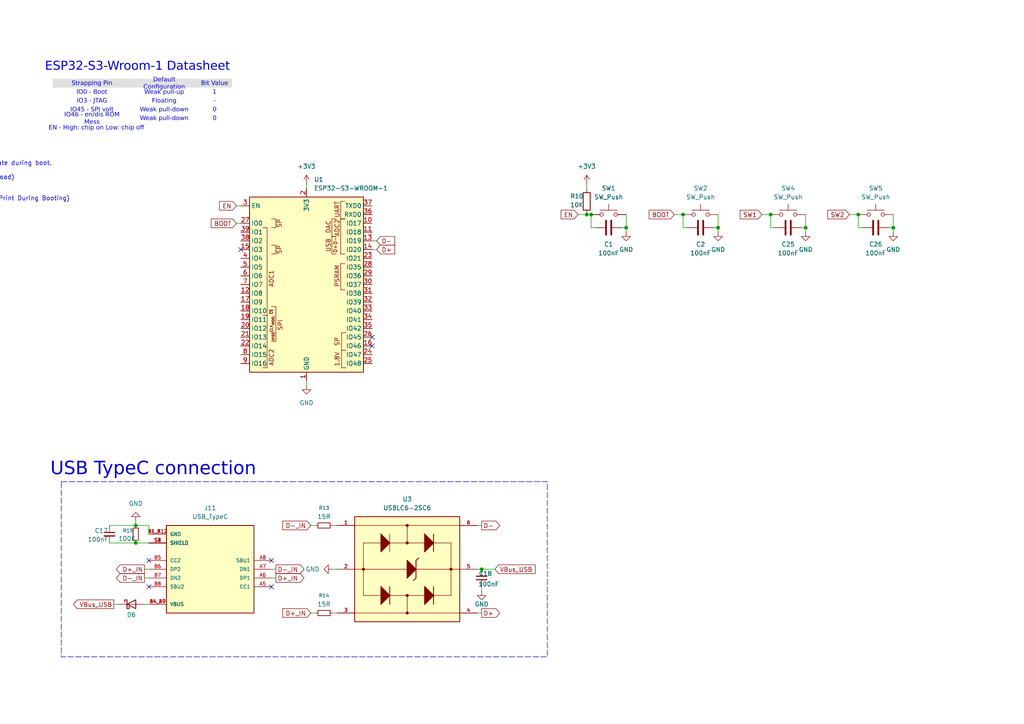
<source format=kicad_sch>
(kicad_sch (version 20250114) (generator "eeschema") (generator_version "9.0")
  (paper "A4")
  (lib_symbols
    (symbol "Device:C" (pin_numbers (hide yes)) (pin_names (offset 0.254))
      (property "Reference" "C" (at 0.635 2.54 0))
      (property "Value" "C" (at 0.635 -2.54 0))
      (symbol "C_0_1"
        (polyline (pts (xy -2.032 0.762) (xy 2.032 0.762)) (stroke (width 0.508)))
        (polyline (pts (xy -2.032 -0.762) (xy 2.032 -0.762)) (stroke (width 0.508)))
      )
      (symbol "C_1_1"
        (pin passive line (at 0 3.81 270) (length 2.794) (name "~") (number "1"))
        (pin passive line (at 0 -3.81 90) (length 2.794) (name "~") (number "2"))
      )
    )
    (symbol "Device:C_Small" (pin_numbers (hide yes)) (pin_names (offset 0.254) (hide yes))
      (property "Reference" "C" (at 0.254 1.778 0))
      (property "Value" "C_Small" (at 0.254 -2.032 0))
      (symbol "C_Small_0_1"
        (polyline (pts (xy -1.524 0.508) (xy 1.524 0.508)) (stroke (width 0.3048)))
        (polyline (pts (xy -1.524 -0.508) (xy 1.524 -0.508)) (stroke (width 0.3302)))
      )
      (symbol "C_Small_1_1"
        (pin passive line (at 0 2.54 270) (length 2.032) (name "~") (number "1"))
        (pin passive line (at 0 -2.54 90) (length 2.032) (name "~") (number "2"))
      )
    )
    (symbol "Device:D_Schottky" (pin_numbers (hide yes)) (pin_names (offset 1.016) (hide yes))
      (property "Reference" "D" (at 0 2.54 0))
      (property "Value" "D_Schottky" (at 0 -2.54 0))
      (symbol "D_Schottky_0_1"
        (polyline (pts (xy -1.905 0.635) (xy -1.905 1.27) (xy -1.27 1.27) (xy -1.27 -1.27) (xy -0.635 -1.27) (xy -0.635 -0.635)) (stroke (width 0.254)))
        (polyline (pts (xy 1.27 1.27) (xy 1.27 -1.27) (xy -1.27 0) (xy 1.27 1.27)) (stroke (width 0.254)))
        (polyline (pts (xy 1.27 0) (xy -1.27 0)))
      )
      (symbol "D_Schottky_1_1"
        (pin passive line (at -3.81 0 0) (length 2.54) (name "K") (number "1"))
        (pin passive line (at 3.81 0 180) (length 2.54) (name "A") (number "2"))
      )
    )
    (symbol "Device:R" (pin_numbers (hide yes)) (pin_names (offset 0))
      (property "Reference" "R" (at 2.032 0 90))
      (property "Value" "R" (at 0 0 90))
      (symbol "R_0_1"
        (rectangle (start -1.016 -2.54) (end 1.016 2.54) (stroke (width 0.254)))
      )
      (symbol "R_1_1"
        (pin passive line (at 0 3.81 270) (length 1.27) (name "~") (number "1"))
        (pin passive line (at 0 -3.81 90) (length 1.27) (name "~") (number "2"))
      )
    )
    (symbol "Device:R_Small" (pin_numbers (hide yes)) (pin_names (offset 0.254) (hide yes))
      (property "Reference" "R" (at 0 0 90))
      (property "Value" "R_Small" (at 1.778 0 90))
      (symbol "R_Small_0_1"
        (rectangle (start -0.762 1.778) (end 0.762 -1.778) (stroke (width 0.2032)))
      )
      (symbol "R_Small_1_1"
        (pin passive line (at 0 2.54 270) (length 0.762) (name "~") (number "1"))
        (pin passive line (at 0 -2.54 90) (length 0.762) (name "~") (number "2"))
      )
    )
    (symbol "Switch:SW_Push" (pin_numbers (hide yes)) (pin_names (offset 1.016) (hide yes))
      (property "Reference" "SW" (at 1.27 2.54 0))
      (property "Value" "SW_Push" (at 0 -1.524 0))
      (symbol "SW_Push_0_1"
        (circle (center -2.032 0) (radius 0.508))
        (polyline (pts (xy 0 1.27) (xy 0 3.048)))
        (circle (center 2.032 0) (radius 0.508))
        (polyline (pts (xy 2.54 1.27) (xy -2.54 1.27)))
        (pin passive line (at -5.08 0 0) (length 2.54) (name "1") (number "1"))
        (pin passive line (at 5.08 0 180) (length 2.54) (name "2") (number "2"))
      )
    )
    (symbol "neo_sumec_symbols:ESP32-S3-WROOM-1_CUSTOM_made_by_bismarx"
      (property "Reference" "U3" (at -26.162 -28.956 0))
      (property "Value" "ESP32-S3-WROOM-1" (at -26.162 -30.734 0))
      (symbol "ESP32-S3-WROOM-1_CUSTOM_made_by_bismarx_0_0"
        (rectangle (start -20.32 25.4) (end 12.7 -25.4) (stroke (width 0.254)) (fill (type background)))
        (text "PSRAM" (at 5.08 2.54 900) (effects (font (size 1.27 1.27))))
      )
      (symbol "ESP32-S3-WROOM-1_CUSTOM_made_by_bismarx_0_1"
        (polyline (pts (xy -16.51 16.51) (xy -15.24 16.51) (xy -15.24 -8.89) (xy -16.51 -8.89)))
        (polyline (pts (xy -16.51 -8.89) (xy -15.24 -8.89) (xy -15.24 -24.13) (xy -16.51 -24.13)))
        (polyline (pts (xy -13.97 16.51) (xy -12.7 16.51) (xy -12.7 19.05) (xy -13.97 19.05)))
        (polyline (pts (xy -13.97 8.89) (xy -12.7 8.89) (xy -12.7 11.43) (xy -13.97 11.43)))
        (polyline (pts (xy -13.97 -16.51) (xy -12.7 -16.51) (xy -12.7 -6.35) (xy -13.97 -6.35)))
        (polyline (pts (xy 4.826 13.97) (xy 3.556 13.97) (xy 3.556 19.05) (xy 4.826 19.05)))
        (polyline (pts (xy 4.826 8.89) (xy 3.556 8.89) (xy 3.556 13.97) (xy 4.826 13.97)))
        (polyline (pts (xy 7.366 19.05) (xy 6.096 19.05) (xy 6.096 24.13) (xy 7.366 24.13)))
        (polyline (pts (xy 7.366 8.89) (xy 6.096 8.89) (xy 6.096 19.05) (xy 7.366 19.05)))
        (polyline (pts (xy 7.366 -1.524) (xy 6.096 -1.524) (xy 6.096 6.096) (xy 7.366 6.096)))
        (polyline (pts (xy 7.62 -19.05) (xy 6.35 -19.05) (xy 6.35 -13.97) (xy 7.62 -13.97)))
        (polyline (pts (xy 7.62 -24.13) (xy 6.35 -24.13) (xy 6.35 -19.05) (xy 7.62 -19.05)))
      )
      (symbol "ESP32-S3-WROOM-1_CUSTOM_made_by_bismarx_1_0"
        (text "ADC1" (at -13.97 1.778 900) (effects (font (size 1.27 1.27))))
        (text "~{CS}" (at -13.97 -7.874 900) (effects (font (size 0.7 0.7))))
        (text "CLK" (at -13.97 -12.7 900) (effects (font (size 0.7 0.7))))
        (text "ADC2" (at -13.97 -21.082 900) (effects (font (size 1.27 1.27))))
        (text "MOSI" (at -13.462 -10.414 900) (effects (font (size 0.7 0.7))))
        (text "MISO" (at -13.462 -14.986 900) (effects (font (size 0.7 0.7))))
        (text "SP" (at -11.684 17.78 900) (effects (font (size 1.27 1.27))))
        (text "SP" (at -11.684 10.16 900) (effects (font (size 1.27 1.27))))
        (text "SPI" (at -11.43 -11.684 900) (effects (font (size 1.27 1.27))))
        (text "DAC" (at 2.54 16.764 900) (effects (font (size 1.27 1.27))))
        (text "USB" (at 2.54 11.43 900) (effects (font (size 1.27 1.27))))
        (text "D-" (at 4.572 12.7 900) (effects (font (size 1 1))))
        (text "D+" (at 4.572 10.414 900) (effects (font (size 1 1))))
        (text "UART" (at 5.08 21.844 900) (effects (font (size 1.27 1.27))))
        (text "ADC2" (at 5.08 16.51 900) (effects (font (size 1.27 1.27))))
        (text "SP" (at 5.08 -16.51 900) (effects (font (size 1.27 1.27))))
        (text "1.8V" (at 5.08 -21.59 900) (effects (font (size 1.27 1.27))))
      )
      (symbol "ESP32-S3-WROOM-1_CUSTOM_made_by_bismarx_1_1"
        (pin input line (at -22.86 22.86 0) (length 2.54) (name "EN") (number "3"))
        (pin bidirectional line (at -22.86 17.78 0) (length 2.54) (name "IO0") (number "27"))
        (pin bidirectional line (at -22.86 15.24 0) (length 2.54) (name "IO1") (number "39"))
        (pin bidirectional line (at -22.86 12.7 0) (length 2.54) (name "IO2") (number "38"))
        (pin bidirectional line (at -22.86 10.16 0) (length 2.54) (name "IO3") (number "15"))
        (pin bidirectional line (at -22.86 7.62 0) (length 2.54) (name "IO4") (number "4"))
        (pin bidirectional line (at -22.86 5.08 0) (length 2.54) (name "IO5") (number "5"))
        (pin bidirectional line (at -22.86 2.54 0) (length 2.54) (name "IO6") (number "6"))
        (pin bidirectional line (at -22.86 0 0) (length 2.54) (name "IO7") (number "7"))
        (pin bidirectional line (at -22.86 -2.54 0) (length 2.54) (name "IO8") (number "12"))
        (pin bidirectional line (at -22.86 -5.08 0) (length 2.54) (name "IO9") (number "17"))
        (pin bidirectional line (at -22.86 -7.62 0) (length 2.54) (name "IO10") (number "18"))
        (pin bidirectional line (at -22.86 -10.16 0) (length 2.54) (name "IO11") (number "19"))
        (pin bidirectional line (at -22.86 -12.7 0) (length 2.54) (name "IO12") (number "20"))
        (pin bidirectional line (at -22.86 -15.24 0) (length 2.54) (name "IO13") (number "21"))
        (pin bidirectional line (at -22.86 -17.78 0) (length 2.54) (name "IO14") (number "22"))
        (pin bidirectional line (at -22.86 -20.32 0) (length 2.54) (name "IO15") (number "8"))
        (pin bidirectional line (at -22.86 -22.86 0) (length 2.54) (name "IO16") (number "9"))
        (pin power_in line (at -3.81 27.94 270) (length 2.54) (name "3V3") (number "2"))
        (pin power_in line (at -3.81 -27.94 90) (length 2.54) (name "GND") (number "1"))
        (pin passive line (at -3.81 -27.94 90) (length 2.54) (hide yes) (name "GND") (number "40"))
        (pin passive line (at -3.81 -27.94 90) (length 2.54) (hide yes) (name "GND") (number "41"))
        (pin bidirectional line (at 15.24 22.86 180) (length 2.54) (name "TXD0") (number "37"))
        (pin bidirectional line (at 15.24 20.32 180) (length 2.54) (name "RXD0") (number "36"))
        (pin bidirectional line (at 15.24 17.78 180) (length 2.54) (name "IO17") (number "10"))
        (pin bidirectional line (at 15.24 15.24 180) (length 2.54) (name "IO18") (number "11"))
        (pin bidirectional line (at 15.24 12.7 180) (length 2.54) (name "IO19") (number "13"))
        (pin bidirectional line (at 15.24 10.16 180) (length 2.54) (name "IO20") (number "14"))
        (pin bidirectional line (at 15.24 7.62 180) (length 2.54) (name "IO21") (number "23"))
        (pin bidirectional line (at 15.24 5.08 180) (length 2.54) (name "IO35") (number "28"))
        (pin bidirectional line (at 15.24 2.54 180) (length 2.54) (name "IO36") (number "29"))
        (pin bidirectional line (at 15.24 0 180) (length 2.54) (name "IO37") (number "30"))
        (pin bidirectional line (at 15.24 -2.54 180) (length 2.54) (name "IO38") (number "31"))
        (pin bidirectional line (at 15.24 -5.08 180) (length 2.54) (name "IO39") (number "32"))
        (pin bidirectional line (at 15.24 -7.62 180) (length 2.54) (name "IO40") (number "33"))
        (pin bidirectional line (at 15.24 -10.16 180) (length 2.54) (name "IO41") (number "34"))
        (pin bidirectional line (at 15.24 -12.7 180) (length 2.54) (name "IO42") (number "35"))
        (pin bidirectional line (at 15.24 -15.24 180) (length 2.54) (name "IO45") (number "26"))
        (pin bidirectional line (at 15.24 -17.78 180) (length 2.54) (name "IO46") (number "16"))
        (pin bidirectional line (at 15.24 -20.32 180) (length 2.54) (name "IO47") (number "24"))
        (pin bidirectional line (at 15.24 -22.86 180) (length 2.54) (name "IO48") (number "25"))
      )
    )
    (symbol "neo_sumec_symbols:USBLC6-2SC6" (pin_names (offset 1.016))
      (property "Reference" "U" (at -15.2693 17.8093 0))
      (property "Value" "USBLC6-2SC6" (at -15.2559 -17.7959 0))
      (symbol "USBLC6-2SC6_0_0"
        (polyline (pts (xy -15.24 12.7) (xy 0 12.7)) (stroke (width 0.1524)))
        (polyline (pts (xy -15.24 -12.7) (xy 0 -12.7)) (stroke (width 0.1524)))
        (rectangle (start -15.24 -15.24) (end 15.24 15.24) (stroke (width 0.254)) (fill (type background)))
        (polyline (pts (xy -12.7 7.62) (xy -12.7 0)) (stroke (width 0.1524)))
        (polyline (pts (xy -12.7 7.62) (xy -7.62 7.62)) (stroke (width 0.1524)))
        (circle (center -12.7 0) (radius 0.254) (stroke (width 0.381)))
        (polyline (pts (xy -12.7 0) (xy -15.24 0)) (stroke (width 0.1524)))
        (polyline (pts (xy -12.7 0) (xy -12.7 -7.62)) (stroke (width 0.1524)))
        (polyline (pts (xy -12.7 0) (xy 0 0)) (stroke (width 0.1524)))
        (polyline (pts (xy -12.7 -7.62) (xy -7.62 -7.62)) (stroke (width 0.1524)))
        (polyline (pts (xy -7.62 10.16) (xy -5.08 7.62)) (stroke (width 0.254)))
        (polyline (pts (xy -7.62 10.16) (xy -7.62 5.08) (xy -5.08 7.62) (xy -7.62 10.16)) (stroke (width 0.254)) (fill (type outline)))
        (polyline (pts (xy -7.62 7.62) (xy -7.62 10.16)) (stroke (width 0.254)))
        (polyline (pts (xy -7.62 5.08) (xy -7.62 7.62)) (stroke (width 0.254)))
        (polyline (pts (xy -7.62 -5.08) (xy -5.08 -7.62)) (stroke (width 0.254)))
        (polyline (pts (xy -7.62 -5.08) (xy -7.62 -10.16) (xy -5.08 -7.62) (xy -7.62 -5.08)) (stroke (width 0.254)) (fill (type outline)))
        (polyline (pts (xy -7.62 -7.62) (xy -7.62 -5.08)) (stroke (width 0.254)))
        (polyline (pts (xy -7.62 -10.16) (xy -7.62 -7.62)) (stroke (width 0.254)))
        (polyline (pts (xy -5.08 10.16) (xy -5.08 7.62)) (stroke (width 0.1524)))
        (polyline (pts (xy -5.08 7.62) (xy -7.62 5.08)) (stroke (width 0.254)))
        (polyline (pts (xy -5.08 7.62) (xy -5.08 5.08)) (stroke (width 0.1524)))
        (polyline (pts (xy -5.08 7.62) (xy 0 7.62)) (stroke (width 0.1524)))
        (polyline (pts (xy -5.08 -5.08) (xy -5.08 -7.62)) (stroke (width 0.254)))
        (polyline (pts (xy -5.08 -7.62) (xy -7.62 -10.16)) (stroke (width 0.254)))
        (polyline (pts (xy -5.08 -7.62) (xy -5.08 -10.16)) (stroke (width 0.254)))
        (polyline (pts (xy -5.08 -7.62) (xy 0 -7.62)) (stroke (width 0.1524)))
        (circle (center 0 12.7) (radius 0.254) (stroke (width 0.381)))
        (polyline (pts (xy 0 12.7) (xy 15.24 12.7)) (stroke (width 0.1524)))
        (circle (center 0 7.62) (radius 0.254) (stroke (width 0.381)))
        (polyline (pts (xy 0 7.62) (xy 0 12.7)) (stroke (width 0.1524)))
        (polyline (pts (xy 0 7.62) (xy 5.08 7.62)) (stroke (width 0.1524)))
        (polyline (pts (xy 0 2.54) (xy 2.54 0)) (stroke (width 0.254)))
        (polyline (pts (xy 0 2.54) (xy 0 -2.54) (xy 2.54 0) (xy 0 2.54)) (stroke (width 0.254)) (fill (type outline)))
        (polyline (pts (xy 0 0) (xy 0 2.54)) (stroke (width 0.254)))
        (polyline (pts (xy 0 -2.54) (xy 0 0)) (stroke (width 0.254)))
        (polyline (pts (xy 0 -7.62) (xy 0 -12.7)) (stroke (width 0.1524)))
        (polyline (pts (xy 0 -7.62) (xy 5.08 -7.62)) (stroke (width 0.1524)))
        (circle (center 0 -7.62) (radius 0.254) (stroke (width 0.381)))
        (circle (center 0 -12.7) (radius 0.254) (stroke (width 0.381)))
        (polyline (pts (xy 2.54 2.54) (xy 2.54 -2.54)) (stroke (width 0.254)))
        (polyline (pts (xy 2.54 2.54) (xy 3.302 3.302)) (stroke (width 0.254)))
        (polyline (pts (xy 2.54 0) (xy 0 -2.54)) (stroke (width 0.254)))
        (polyline (pts (xy 2.54 0) (xy 12.7 0)) (stroke (width 0.1524)))
        (polyline (pts (xy 2.54 -2.54) (xy 1.778 -3.302)) (stroke (width 0.254)))
        (polyline (pts (xy 5.08 10.16) (xy 7.62 7.62)) (stroke (width 0.254)))
        (polyline (pts (xy 5.08 10.16) (xy 5.08 5.08) (xy 7.62 7.62) (xy 5.08 10.16)) (stroke (width 0.254)) (fill (type outline)))
        (polyline (pts (xy 5.08 7.62) (xy 5.08 10.16)) (stroke (width 0.254)))
        (polyline (pts (xy 5.08 5.08) (xy 5.08 7.62)) (stroke (width 0.254)))
        (polyline (pts (xy 5.08 -5.08) (xy 7.62 -7.62)) (stroke (width 0.254)))
        (polyline (pts (xy 5.08 -5.08) (xy 5.08 -10.16) (xy 7.62 -7.62) (xy 5.08 -5.08)) (stroke (width 0.254)) (fill (type outline)))
        (polyline (pts (xy 5.08 -7.62) (xy 5.08 -5.08)) (stroke (width 0.254)))
        (polyline (pts (xy 5.08 -10.16) (xy 5.08 -7.62)) (stroke (width 0.254)))
        (polyline (pts (xy 7.62 10.16) (xy 7.62 7.62)) (stroke (width 0.254)))
        (polyline (pts (xy 7.62 7.62) (xy 5.08 5.08)) (stroke (width 0.254)))
        (polyline (pts (xy 7.62 7.62) (xy 7.62 5.08)) (stroke (width 0.254)))
        (polyline (pts (xy 7.62 7.62) (xy 12.7 7.62)) (stroke (width 0.1524)))
        (polyline (pts (xy 7.62 -5.08) (xy 7.62 -7.62)) (stroke (width 0.254)))
        (polyline (pts (xy 7.62 -7.62) (xy 5.08 -10.16)) (stroke (width 0.254)))
        (polyline (pts (xy 7.62 -7.62) (xy 7.62 -10.16)) (stroke (width 0.254)))
        (polyline (pts (xy 7.62 -7.62) (xy 12.7 -7.62)) (stroke (width 0.1524)))
        (polyline (pts (xy 12.7 7.62) (xy 12.7 0)) (stroke (width 0.1524)))
        (polyline (pts (xy 12.7 0) (xy 12.7 -7.62)) (stroke (width 0.1524)))
        (polyline (pts (xy 12.7 0) (xy 15.24 0)) (stroke (width 0.1524)))
        (circle (center 12.7 0) (radius 0.254) (stroke (width 0.381)))
        (polyline (pts (xy 15.24 -12.7) (xy 0 -12.7)) (stroke (width 0.1524)))
        (pin bidirectional line (at -20.32 12.7 0) (length 5.08) (name "~") (number "1"))
        (pin power_in line (at -20.32 0 0) (length 5.08) (name "~") (number "2"))
        (pin bidirectional line (at -20.32 -12.7 0) (length 5.08) (name "~") (number "3"))
        (pin bidirectional line (at 20.32 12.7 180) (length 5.08) (name "~") (number "6"))
        (pin power_in line (at 20.32 0 180) (length 5.08) (name "~") (number "5"))
        (pin bidirectional line (at 20.32 -12.7 180) (length 5.08) (name "~") (number "4"))
      )
    )
    (symbol "neo_sumec_symbols:USB_TypeC" (pin_names (offset 1.016))
      (property "Reference" "J" (at -12.7 13.462 0))
      (property "Value" "USB_TypeC" (at -12.7 -13.462 0))
      (symbol "USB_TypeC_0_0"
        (rectangle (start -12.7 -12.7) (end 12.7 12.7) (stroke (width 0.254)) (fill (type background)))
        (pin bidirectional line (at -17.78 5.08 0) (length 5.08) (name "CC1") (number "A5"))
        (pin bidirectional line (at -17.78 2.54 0) (length 5.08) (name "DP1") (number "A6"))
        (pin bidirectional line (at -17.78 0 0) (length 5.08) (name "DN1") (number "A7"))
        (pin bidirectional line (at -17.78 -2.54 0) (length 5.08) (name "SBU1") (number "A8"))
        (pin power_in line (at 17.78 10.16 180) (length 5.08) (name "VBUS") (number "A4_B9"))
        (pin power_in line (at 17.78 10.16 180) (length 5.08) (name "VBUS") (number "B4_A9"))
        (pin bidirectional line (at 17.78 5.08 180) (length 5.08) (name "SBU2") (number "B8"))
        (pin bidirectional line (at 17.78 2.54 180) (length 5.08) (name "DN2") (number "B7"))
        (pin bidirectional line (at 17.78 0 180) (length 5.08) (name "DP2") (number "B6"))
        (pin bidirectional line (at 17.78 -2.54 180) (length 5.08) (name "CC2") (number "B5"))
        (pin passive line (at 17.78 -7.62 180) (length 5.08) (name "SHIELD") (number "S1"))
        (pin passive line (at 17.78 -7.62 180) (length 5.08) (name "SHIELD") (number "S2"))
        (pin passive line (at 17.78 -7.62 180) (length 5.08) (name "SHIELD") (number "S3"))
        (pin passive line (at 17.78 -7.62 180) (length 5.08) (name "SHIELD") (number "S4"))
        (pin power_in line (at 17.78 -10.16 180) (length 5.08) (name "GND") (number "A1_B12"))
        (pin power_in line (at 17.78 -10.16 180) (length 5.08) (name "GND") (number "B1_A12"))
      )
    )
    (symbol "power:+3V3" (power) (pin_numbers (hide yes)) (pin_names (offset 0) (hide yes))
      (property "Value" "+3V3" (at 0 3.556 0))
      (symbol "+3V3_0_1"
        (polyline (pts (xy -0.762 1.27) (xy 0 2.54)))
        (polyline (pts (xy 0 2.54) (xy 0.762 1.27)))
        (polyline (pts (xy 0 0) (xy 0 2.54)))
      )
      (symbol "+3V3_1_1"
        (pin power_in line (at 0 0 90) (length 0) (name "~") (number "1"))
      )
    )
    (symbol "power:GND" (power) (pin_numbers (hide yes)) (pin_names (offset 0) (hide yes))
      (property "Value" "GND" (at 0 -3.81 0))
      (symbol "GND_0_1"
        (polyline (pts (xy 0 0) (xy 0 -1.27) (xy 1.27 -1.27) (xy 0 -2.54) (xy -1.27 -1.27) (xy 0 -1.27)))
      )
      (symbol "GND_1_1"
        (pin power_in line (at 0 0 270) (length 0) (name "~") (number "1"))
      )
    )
  )
  (rectangle (start 17.78 139.7) (end 158.75 190.5) (stroke (width 0) (type dash)))
  (text "ESP32-S3-Wroom-1 Datasheet" (at 39.878 20.066 0) (effects (font (size 2.54 2.54))))
  (text "EN - High: chip on Low: chip off\n" (at 27.94 37.592 0) (effects (font (size 1.27 1.27))))
  (text "USB TypeC connection" (at 44.45 137.16 0) (effects (font (size 3.81 3.81))))
  (text "Typically these can be used, but you need to make sure they are not in the wrong state during boot.\n\ngpio.0 Boot Mode. Weak pullup during reset. (Boot Mode 0=Boot from Flash, 1=Download)\ngpio.3 JTAG Mode. Weak pull down during reset. (JTAG Config)\ngpio.45 SPI voltage. Weak pull down during reset. (SPI Voltage 0=3.3v 1=1.8v)\ngpio.46 Boot mode. Weak pull down during reset. (Enabling/Disabling ROM Messages Print During Booting)" (at -84.836 52.578 0) (effects (font (size 1.27 1.27)) (justify left)))
  (junction (at 170.18 62.23))
  (junction (at 198.12 62.23))
  (junction (at 181.61 66.04))
  (junction (at 139.7 165.1))
  (junction (at 39.37 157.48))
  (junction (at 248.92 62.23))
  (junction (at 259.08 66.04))
  (junction (at 223.52 62.23))
  (junction (at 233.68 66.04))
  (junction (at 39.37 152.4))
  (junction (at 171.45 62.23))
  (junction (at 208.28 66.04))
  (no_connect (at 107.95 97.79))
  (no_connect (at 107.95 100.33))
  (no_connect (at 78.74 170.18))
  (no_connect (at 326.39 119.38))
  (no_connect (at 43.18 162.56))
  (no_connect (at 78.74 162.56))
  (no_connect (at 69.85 72.39))
  (no_connect (at 43.18 170.18))
  (wire (pts (xy 39.37 152.4) (xy 43.18 152.4)))
  (wire (pts (xy 220.98 62.23) (xy 223.52 62.23)))
  (wire (pts (xy 170.18 53.34) (xy 170.18 54.61)))
  (wire (pts (xy 31.75 152.4) (xy 39.37 152.4)))
  (wire (pts (xy 248.92 66.04) (xy 250.19 66.04)))
  (wire (pts (xy 246.38 62.23) (xy 248.92 62.23)))
  (wire (pts (xy 109.22 72.39) (xy 107.95 72.39)))
  (wire (pts (xy 198.12 66.04) (xy 199.39 66.04)))
  (wire (pts (xy 139.7 152.4) (xy 138.43 152.4)))
  (wire (pts (xy 181.61 62.23) (xy 181.61 66.04)))
  (wire (pts (xy 31.75 157.48) (xy 39.37 157.48)))
  (wire (pts (xy 68.58 59.69) (xy 69.85 59.69)))
  (wire (pts (xy 96.52 165.1) (xy 97.79 165.1)))
  (wire (pts (xy 208.28 62.23) (xy 208.28 66.04)))
  (wire (pts (xy 171.45 62.23) (xy 171.45 66.04)))
  (wire (pts (xy 139.7 165.1) (xy 143.51 165.1)))
  (wire (pts (xy 233.68 66.04) (xy 232.41 66.04)))
  (wire (pts (xy 171.45 66.04) (xy 172.72 66.04)))
  (wire (pts (xy 41.91 175.26) (xy 43.18 175.26)))
  (wire (pts (xy 208.28 66.04) (xy 208.28 67.31)))
  (wire (pts (xy 138.43 165.1) (xy 139.7 165.1)))
  (wire (pts (xy 181.61 67.31) (xy 181.61 66.04)))
  (wire (pts (xy 198.12 62.23) (xy 198.12 66.04)))
  (wire (pts (xy 139.7 177.8) (xy 138.43 177.8)))
  (wire (pts (xy 259.08 66.04) (xy 259.08 67.31)))
  (wire (pts (xy 90.17 152.4) (xy 91.44 152.4)))
  (wire (pts (xy 167.64 62.23) (xy 170.18 62.23)))
  (wire (pts (xy 68.58 64.77) (xy 69.85 64.77)))
  (wire (pts (xy 223.52 66.04) (xy 224.79 66.04)))
  (wire (pts (xy 88.9 110.49) (xy 88.9 111.76)))
  (wire (pts (xy 39.37 152.4) (xy 39.37 151.13)))
  (wire (pts (xy 170.18 62.23) (xy 171.45 62.23)))
  (wire (pts (xy 181.61 66.04) (xy 180.34 66.04)))
  (wire (pts (xy 33.02 175.26) (xy 34.29 175.26)))
  (wire (pts (xy 96.52 152.4) (xy 97.79 152.4)))
  (wire (pts (xy 139.7 170.18) (xy 139.7 171.45)))
  (wire (pts (xy 80.01 165.1) (xy 78.74 165.1)))
  (wire (pts (xy 80.01 167.64) (xy 78.74 167.64)))
  (wire (pts (xy 233.68 66.04) (xy 233.68 67.31)))
  (wire (pts (xy 259.08 66.04) (xy 257.81 66.04)))
  (wire (pts (xy 43.18 154.94) (xy 43.18 152.4)))
  (wire (pts (xy 233.68 62.23) (xy 233.68 66.04)))
  (wire (pts (xy 90.17 177.8) (xy 91.44 177.8)))
  (wire (pts (xy 41.91 165.1) (xy 43.18 165.1)))
  (wire (pts (xy 39.37 157.48) (xy 43.18 157.48)))
  (wire (pts (xy 259.08 62.23) (xy 259.08 66.04)))
  (wire (pts (xy 208.28 66.04) (xy 207.01 66.04)))
  (wire (pts (xy 88.9 53.34) (xy 88.9 54.61)))
  (wire (pts (xy 248.92 62.23) (xy 248.92 66.04)))
  (wire (pts (xy 223.52 62.23) (xy 223.52 66.04)))
  (wire (pts (xy 96.52 177.8) (xy 97.79 177.8)))
  (wire (pts (xy 195.58 62.23) (xy 198.12 62.23)))
  (wire (pts (xy 41.91 167.64) (xy 43.18 167.64)))
  (wire (pts (xy 109.22 69.85) (xy 107.95 69.85)))
  (table (column_count 3) (border (external yes) (header yes)) (separators (rows yes) (cols yes)) (column_widths 22.86 19.05 10.16) (row_heights 2.54 2.54 2.54 2.54 2.54) (cells (table_cell "Strapping Pin" (at 15.24 22.86 0) (size 22.86 2.54) (margins 0.9525 0.9525 0.9525 0.9525) (span 1 1) (fill (type color) (color 194 194 194 0.5))) (table_cell "Default Configuration" (at 38.1 22.86 0) (size 19.05 2.54) (margins 0.9525 0.9525 0.9525 0.9525) (span 1 1) (fill (type color) (color 194 194 194 0.5))) (table_cell "Bit Value" (at 57.15 22.86 0) (size 10.16 2.54) (margins 0.9525 0.9525 0.9525 0.9525) (span 1 1) (fill (type color) (color 194 194 194 0.5))) (table_cell "IO0 - Boot" (at 15.24 25.4 0) (size 22.86 2.54) (margins 0.9525 0.9525 0.9525 0.9525) (span 1 1)) (table_cell "Weak pull-up" (at 38.1 25.4 0) (size 19.05 2.54) (margins 0.9525 0.9525 0.9525 0.9525) (span 1 1)) (table_cell "1" (at 57.15 25.4 0) (size 10.16 2.54) (margins 0.9525 0.9525 0.9525 0.9525) (span 1 1)) (table_cell "IO3 - JTAG" (at 15.24 27.94 0) (size 22.86 2.54) (margins 0.9525 0.9525 0.9525 0.9525) (span 1 1)) (table_cell "Floating" (at 38.1 27.94 0) (size 19.05 2.54) (margins 0.9525 0.9525 0.9525 0.9525) (span 1 1)) (table_cell "-" (at 57.15 27.94 0) (size 10.16 2.54) (margins 0.9525 0.9525 0.9525 0.9525) (span 1 1)) (table_cell "IO45 - SPI volt" (at 15.24 30.48 0) (size 22.86 2.54) (margins 0.9525 0.9525 0.9525 0.9525) (span 1 1)) (table_cell "Weak pull-down" (at 38.1 30.48 0) (size 19.05 2.54) (margins 0.9525 0.9525 0.9525 0.9525) (span 1 1)) (table_cell "0" (at 57.15 30.48 0) (size 10.16 2.54) (margins 0.9525 0.9525 0.9525 0.9525) (span 1 1)) (table_cell "IO46 - en/dis ROM Mess" (at 15.24 33.02 0) (size 22.86 2.54) (margins 0.9525 0.9525 0.9525 0.9525) (span 1 1)) (table_cell "Weak pull-down" (at 38.1 33.02 0) (size 19.05 2.54) (margins 0.9525 0.9525 0.9525 0.9525) (span 1 1)) (table_cell "0" (at 57.15 33.02 0) (size 10.16 2.54) (margins 0.9525 0.9525 0.9525 0.9525) (span 1 1))))
  (global_label "EN" (shape input) (at 167.64 62.23 180) (property "Intersheetrefs" "${INTERSHEET_REFS}" (effects (hide yes))))
  (global_label "D+_IN" (shape output) (at 41.91 165.1 180) (property "Intersheetrefs" "${INTERSHEET_REFS}" (effects (hide yes))))
  (global_label "VBus_USB" (shape input) (at 143.51 165.1 0) (property "Intersheetrefs" "${INTERSHEET_REFS}" (effects (hide yes))))
  (global_label "BOOT" (shape input) (at 195.58 62.23 180) (property "Intersheetrefs" "${INTERSHEET_REFS}" (effects (hide yes))))
  (global_label "D-" (shape input) (at 109.22 69.85 0) (property "Intersheetrefs" "${INTERSHEET_REFS}" (effects (hide yes))))
  (global_label "BOOT" (shape input) (at 68.58 64.77 180) (property "Intersheetrefs" "${INTERSHEET_REFS}" (effects (hide yes))))
  (global_label "D-_IN" (shape input) (at 90.17 152.4 180) (property "Intersheetrefs" "${INTERSHEET_REFS}" (effects (hide yes))))
  (global_label "SW1" (shape input) (at 220.98 62.23 180) (property "Intersheetrefs" "${INTERSHEET_REFS}" (effects (hide yes))))
  (global_label "D+_IN" (shape output) (at 80.01 167.64 0) (property "Intersheetrefs" "${INTERSHEET_REFS}" (effects (hide yes))))
  (global_label "D-_IN" (shape output) (at 41.91 167.64 180) (property "Intersheetrefs" "${INTERSHEET_REFS}" (effects (hide yes))))
  (global_label "D+" (shape input) (at 109.22 72.39 0) (property "Intersheetrefs" "${INTERSHEET_REFS}" (effects (hide yes))))
  (global_label "D-" (shape output) (at 139.7 152.4 0) (property "Intersheetrefs" "${INTERSHEET_REFS}" (effects (hide yes))))
  (global_label "D+" (shape output) (at 139.7 177.8 0) (property "Intersheetrefs" "${INTERSHEET_REFS}" (effects (hide yes))))
  (global_label "D-_IN" (shape output) (at 80.01 165.1 0) (property "Intersheetrefs" "${INTERSHEET_REFS}" (effects (hide yes))))
  (global_label "EN" (shape input) (at 68.58 59.69 180) (property "Intersheetrefs" "${INTERSHEET_REFS}" (effects (hide yes))))
  (global_label "D+_IN" (shape input) (at 90.17 177.8 180) (property "Intersheetrefs" "${INTERSHEET_REFS}" (effects (hide yes))))
  (global_label "SW2" (shape input) (at 246.38 62.23 180) (property "Intersheetrefs" "${INTERSHEET_REFS}" (effects (hide yes))))
  (global_label "VBus_USB" (shape output) (at 33.02 175.26 180) (property "Intersheetrefs" "${INTERSHEET_REFS}" (effects (hide yes))))
  (symbol (lib_id "power:GND") (at 39.37 151.13 180) (unit 1)
    (property "Reference" "#PWR044" (effects (hide yes)))
    (property "Value" "GND" (at 39.37 146.05 0))
    (property "Description" "Power symbol creates a global label with name \"GND\" , ground" (effects (hide yes)))
  )
  (symbol (lib_id "Device:C") (at 176.53 66.04 270) (unit 1)
    (property "Reference" "C1" (at 176.53 70.866 90))
    (property "Value" "100nF" (at 176.53 73.406 90))
    (property "Footprint" "Capacitor_SMD:C_0805_2012Metric_Pad1.18x1.45mm_HandSolder" (effects (hide yes)))
    (property "Description" "Unpolarized capacitor" (effects (hide yes)))
  )
  (symbol (lib_id "Switch:SW_Push") (at 176.53 62.23 0) (unit 1)
    (property "Reference" "SW1" (at 176.53 54.61 0))
    (property "Value" "SW_Push" (at 176.53 57.15 0))
    (property "Footprint" "neo_sumec_board:SW_TL3365AF180QG" (effects (hide yes)))
    (property "Description" "Push button switch, generic, two pins" (effects (hide yes)))
  )
  (symbol (lib_id "power:GND") (at 181.61 67.31 0) (unit 1)
    (property "Reference" "#PWR026" (effects (hide yes)))
    (property "Value" "GND" (at 181.61 72.39 0))
    (property "Description" "Power symbol creates a global label with name \"GND\" , ground" (effects (hide yes)))
  )
  (symbol (lib_id "power:GND") (at 208.28 67.31 0) (unit 1)
    (property "Reference" "#PWR028" (effects (hide yes)))
    (property "Value" "GND" (at 208.28 72.39 0))
    (property "Description" "Power symbol creates a global label with name \"GND\" , ground" (effects (hide yes)))
  )
  (symbol (lib_id "Device:C") (at 254 66.04 270) (unit 1)
    (property "Reference" "C26" (at 254 70.866 90))
    (property "Value" "100nF" (at 254 73.406 90))
    (property "Footprint" "Capacitor_SMD:C_0805_2012Metric_Pad1.18x1.45mm_HandSolder" (effects (hide yes)))
    (property "Description" "Unpolarized capacitor" (effects (hide yes)))
  )
  (symbol (lib_id "power:+3V3") (at 88.9 53.34 0) (unit 1)
    (property "Reference" "#PWR014" (effects (hide yes)))
    (property "Value" "+3V3" (at 88.9 48.26 0))
    (property "Description" "Power symbol creates a global label with name \"+3V3\"" (effects (hide yes)))
  )
  (symbol (lib_id "Switch:SW_Push") (at 228.6 62.23 0) (unit 1)
    (property "Reference" "SW4" (at 228.6 54.61 0))
    (property "Value" "SW_Push" (at 228.6 57.15 0))
    (property "Footprint" "neo_sumec_board:SW_TL3365AF180QG" (effects (hide yes)))
    (property "Description" "Push button switch, generic, two pins" (effects (hide yes)))
  )
  (symbol (lib_id "Device:R_Small") (at 93.98 177.8 90) (unit 1)
    (property "Reference" "R14" (at 93.98 172.72 90) (effects (font (size 1.016 1.016))))
    (property "Value" "15R" (at 93.98 175.26 90))
    (property "Footprint" "Resistor_SMD:R_0805_2012Metric_Pad1.20x1.40mm_HandSolder" (effects (hide yes)))
    (property "Description" "Resistor, small symbol" (effects (hide yes)))
  )
  (symbol (lib_id "power:+3V3") (at 170.18 53.34 0) (unit 1)
    (property "Reference" "#PWR025" (effects (hide yes)))
    (property "Value" "+3V3" (at 170.18 48.26 0))
    (property "Description" "Power symbol creates a global label with name \"+3V3\"" (effects (hide yes)))
  )
  (symbol (lib_id "Device:C") (at 228.6 66.04 270) (unit 1)
    (property "Reference" "C25" (at 228.6 70.866 90))
    (property "Value" "100nF" (at 228.6 73.406 90))
    (property "Footprint" "Capacitor_SMD:C_0805_2012Metric_Pad1.18x1.45mm_HandSolder" (effects (hide yes)))
    (property "Description" "Unpolarized capacitor" (effects (hide yes)))
  )
  (symbol (lib_id "Device:R_Small") (at 93.98 152.4 90) (unit 1)
    (property "Reference" "R13" (at 93.98 147.32 90) (effects (font (size 1.016 1.016))))
    (property "Value" "15R" (at 93.98 149.86 90))
    (property "Footprint" "Resistor_SMD:R_0805_2012Metric_Pad1.20x1.40mm_HandSolder" (effects (hide yes)))
    (property "Description" "Resistor, small symbol" (effects (hide yes)))
  )
  (symbol (lib_id "Device:R") (at 170.18 58.42 0) (unit 1)
    (property "Reference" "R10" (at 165.354 56.896 0) (effects (justify left)))
    (property "Value" "10K" (at 165.354 59.436 0) (effects (justify left)))
    (property "Footprint" "Resistor_SMD:R_0805_2012Metric_Pad1.20x1.40mm_HandSolder" (effects (hide yes)))
    (property "Description" "Resistor" (effects (hide yes)))
  )
  (symbol (lib_id "Switch:SW_Push") (at 254 62.23 0) (unit 1)
    (property "Reference" "SW5" (at 254 54.61 0))
    (property "Value" "SW_Push" (at 254 57.15 0))
    (property "Footprint" "neo_sumec_board:SW_TL3365AF180QG" (effects (hide yes)))
    (property "Description" "Push button switch, generic, two pins" (effects (hide yes)))
  )
  (symbol (lib_id "Device:R_Small") (at 39.37 154.94 0) (unit 1)
    (property "Reference" "R15" (at 35.56 153.924 0) (effects (font (size 1.016 1.016)) (justify left)))
    (property "Value" "100K" (at 34.29 156.21 0) (effects (justify left)))
    (property "Footprint" "Resistor_SMD:R_0805_2012Metric_Pad1.20x1.40mm_HandSolder" (effects (hide yes)))
    (property "Description" "Resistor, small symbol" (effects (hide yes)))
  )
  (symbol (lib_id "Switch:SW_Push") (at 203.2 62.23 0) (unit 1)
    (property "Reference" "SW2" (at 203.2 54.61 0))
    (property "Value" "SW_Push" (at 203.2 57.15 0))
    (property "Footprint" "neo_sumec_board:SW_TL3365AF180QG" (effects (hide yes)))
    (property "Description" "Push button switch, generic, two pins" (effects (hide yes)))
  )
  (symbol (lib_id "Device:C_Small") (at 139.7 167.64 180) (unit 1)
    (property "Reference" "C18" (at 142.748 166.37 0) (effects (justify left)))
    (property "Value" "100nF" (at 144.78 169.418 0) (effects (justify left)))
    (property "Footprint" "Capacitor_SMD:C_0805_2012Metric_Pad1.18x1.45mm_HandSolder" (effects (hide yes)))
    (property "Description" "Unpolarized capacitor, small symbol" (effects (hide yes)))
  )
  (symbol (lib_id "power:GND") (at 139.7 171.45 0) (unit 1)
    (property "Reference" "#PWR045" (effects (hide yes)))
    (property "Value" "GND" (at 139.7 175.26 0))
    (property "Description" "Power symbol creates a global label with name \"GND\" , ground" (effects (hide yes)))
  )
  (symbol (lib_id "Device:D_Schottky") (at 38.1 175.26 0) (unit 1)
    (property "Reference" "D6" (at 38.1 178.308 0))
    (property "Value" "D_Schottky" (effects (hide yes)))
    (property "Footprint" "Diode_SMD:D_1206_3216Metric_Pad1.42x1.75mm_HandSolder" (effects (hide yes)))
    (property "Description" "Schottky diode" (effects (hide yes)))
  )
  (symbol (lib_id "power:GND") (at 233.68 67.31 0) (unit 1)
    (property "Reference" "#PWR079" (effects (hide yes)))
    (property "Value" "GND" (at 233.68 72.39 0))
    (property "Description" "Power symbol creates a global label with name \"GND\" , ground" (effects (hide yes)))
  )
  (symbol (lib_id "neo_sumec_symbols:USBLC6-2SC6") (at 118.11 165.1 0) (unit 1)
    (property "Reference" "U3" (at 118.11 144.78 0))
    (property "Value" "USBLC6-2SC6" (at 118.11 147.32 0))
    (property "Footprint" "Package_TO_SOT_SMD:SOT-23-6" (effects (hide yes)))
    (property "Description" "17V Clamp 5A (8/20µs) Ipp Tvs Diode Surface Mount SOT-23-6" (effects (hide yes)))
    (property "MF" "STMicroelectronics" (effects (hide yes)))
    (property "PURCHASE-URL" "https://pricing.snapeda.com/search/part/USBLC6-2SC6/?ref=eda" (effects (hide yes)))
    (property "PACKAGE" "SOT-23-6 STMicroelectronics" (effects (hide yes)))
    (property "PRICE" "None" (effects (hide yes)))
    (property "Package" "SOT-23-6 STMicroelectronics" (effects (hide yes)))
    (property "Check_prices" "https://www.snapeda.com/parts/USBLC6-2SC6/STMicroelectronics/view-part/?ref=eda" (effects (hide yes)))
    (property "Price" "None" (effects (hide yes)))
    (property "SnapEDA_Link" "https://www.snapeda.com/parts/USBLC6-2SC6/STMicroelectronics/view-part/?ref=snap" (effects (hide yes)))
    (property "MP" "USBLC6-2SC6" (effects (hide yes)))
    (property "Purchase-URL" "https://www.snapeda.com/api/url_track_click_mouser/?unipart_id=231887&manufacturer=STMicroelectronics&part_name=USBLC6-2SC6&search_term=None" (effects (hide yes)))
    (property "Availability" "In Stock" (effects (hide yes)))
    (property "AVAILABILITY" "In Stock" (effects (hide yes)))
  )
  (symbol (lib_id "Device:C_Small") (at 31.75 154.94 0) (unit 1)
    (property "Reference" "C17" (at 27.432 153.924 0) (effects (justify left)))
    (property "Value" "100nF" (at 25.4 156.464 0) (effects (justify left)))
    (property "Footprint" "Capacitor_SMD:C_0805_2012Metric_Pad1.18x1.45mm_HandSolder" (effects (hide yes)))
    (property "Description" "Unpolarized capacitor, small symbol" (effects (hide yes)))
  )
  (symbol (lib_id "neo_sumec_symbols:USB_TypeC") (at 60.96 165.1 180) (unit 1)
    (property "Reference" "J11" (at 60.96 147.32 0))
    (property "Value" "USB_TypeC" (at 60.96 149.86 0))
    (property "Footprint" "neo_sumec_board:HRO_TYPE-C-31-M-12" (effects (hide yes)))
    (property "Datasheet" "TYPE-C-31-M-12" (effects (hide yes)))
    (property "Description" "USB Connectors 24 Receptacle 1 8.94*7.3mm RoHS" (effects (hide yes)))
    (property "MF" "HRO Electronics Co., Ltd." (effects (hide yes)))
    (property "MAXIMUM_PACKAGE_HEIGHT" "3.26 mm" (effects (hide yes)))
    (property "Package" "Package" (effects (hide yes)))
    (property "Price" "None" (effects (hide yes)))
    (property "Check_prices" "https://www.snapeda.com/parts/TYPE-C-31-M-12/HRO+Electronics+Co.%252C+Ltd./view-part/?ref=eda" (effects (hide yes)))
    (property "STANDARD" "Manufacturer Recommendations" (effects (hide yes)))
    (property "PARTREV" "2020.12.08" (effects (hide yes)))
    (property "SnapEDA_Link" "https://www.snapeda.com/parts/TYPE-C-31-M-12/HRO+Electronics+Co.%252C+Ltd./view-part/?ref=snap" (effects (hide yes)))
    (property "MP" "TYPE-C-31-M-12" (effects (hide yes)))
    (property "SNAPEDA_PN" "TYPE-C-31-M-12" (effects (hide yes)))
    (property "Availability" "Not in stock" (effects (hide yes)))
    (property "MANUFACTURER" "HRO Electronics Co., Ltd." (effects (hide yes)))
  )
  (symbol (lib_id "power:GND") (at 88.9 111.76 0) (unit 1)
    (property "Reference" "#PWR010" (effects (hide yes)))
    (property "Value" "GND" (at 88.9 116.84 0))
    (property "Description" "Power symbol creates a global label with name \"GND\" , ground" (effects (hide yes)))
  )
  (symbol (lib_id "power:GND") (at 259.08 67.31 0) (unit 1)
    (property "Reference" "#PWR080" (effects (hide yes)))
    (property "Value" "GND" (at 259.08 72.39 0))
    (property "Description" "Power symbol creates a global label with name \"GND\" , ground" (effects (hide yes)))
  )
  (symbol (lib_id "power:GND") (at 96.52 165.1 270) (unit 1)
    (property "Reference" "#PWR043" (effects (hide yes)))
    (property "Value" "GND" (at 92.71 165.0999 90) (effects (justify right)))
    (property "Description" "Power symbol creates a global label with name \"GND\" , ground" (effects (hide yes)))
  )
  (symbol (lib_id "neo_sumec_symbols:ESP32-S3-WROOM-1_CUSTOM_made_by_bismarx") (at 92.71 82.55 0) (unit 1)
    (property "Reference" "U1" (at 91.0609 52.07 0) (effects (justify left)))
    (property "Value" "ESP32-S3-WROOM-1" (at 91.0609 54.61 0) (effects (justify left)))
    (property "Footprint" "neo_sumec_board:XCVR_ESP32-S3-WROOM-1-N8" (effects (hide yes)))
    (property "Datasheet" "https://www.espressif.com/sites/default/files/documentation/esp32-s3-wroom-1_wroom-1u_datasheet_en.pdf" (effects (hide yes)))
    (property "Description" "RF Module, ESP32-S3 SoC, Wi-Fi 802.11b/g/n, Bluetooth, BLE, 32-bit, 3.3V, onboard antenna, SMD" (effects (hide yes)))
  )
  (symbol (lib_id "Device:C") (at 203.2 66.04 270) (unit 1)
    (property "Reference" "C2" (at 203.2 70.866 90))
    (property "Value" "100nF" (at 203.2 73.406 90))
    (property "Footprint" "Capacitor_SMD:C_0805_2012Metric_Pad1.18x1.45mm_HandSolder" (effects (hide yes)))
    (property "Description" "Unpolarized capacitor" (effects (hide yes)))
  )
)
</source>
